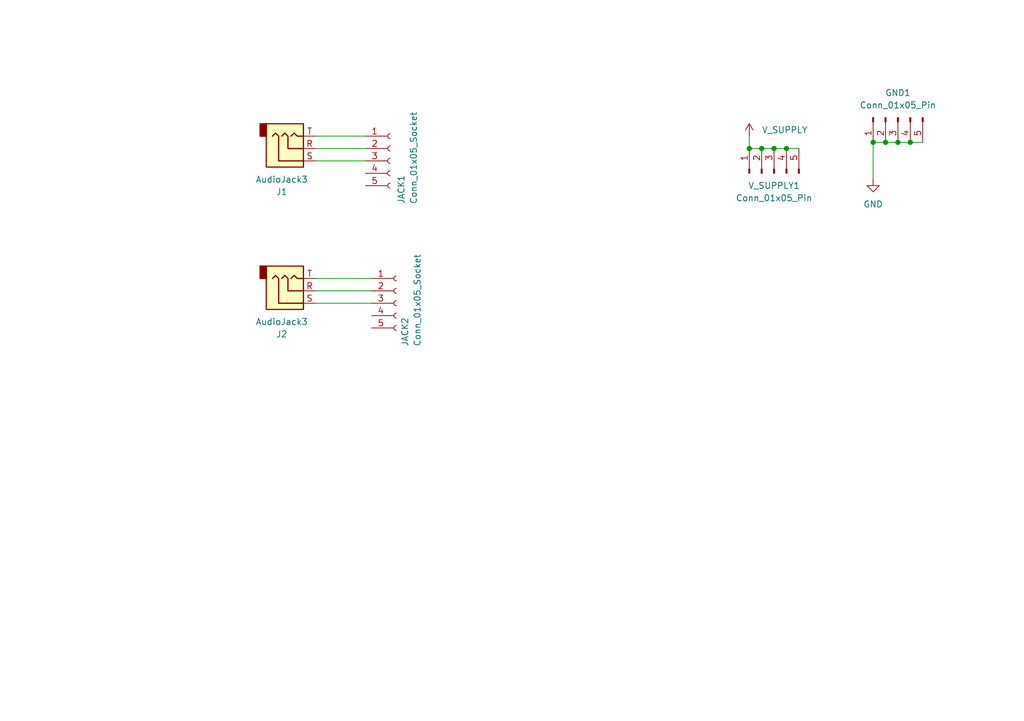
<source format=kicad_sch>
(kicad_sch (version 20231120) (generator "eeschema") (generator_version "8.0")
  (paper "A5")
  (lib_symbols
    (symbol "Connector:Conn_01x05_Pin" (pin_names (offset 1.016) hide)
      (property "Reference" "J" (at 0 7.62 0))
      (property "Value" "Conn_01x05_Pin" (at 0 -7.62 0))
      (symbol "Conn_01x05_Pin_1_1"
        (polyline (pts (xy 1.27 -5.08) (xy 0.8636 -5.08)) (stroke (width 0.1524)))
        (polyline (pts (xy 1.27 -2.54) (xy 0.8636 -2.54)) (stroke (width 0.1524)))
        (polyline (pts (xy 1.27 0) (xy 0.8636 0)) (stroke (width 0.1524)))
        (polyline (pts (xy 1.27 2.54) (xy 0.8636 2.54)) (stroke (width 0.1524)))
        (polyline (pts (xy 1.27 5.08) (xy 0.8636 5.08)) (stroke (width 0.1524)))
        (rectangle (start 0.8636 -4.953) (end 0 -5.207) (stroke (width 0.1524)) (fill (type outline)))
        (rectangle (start 0.8636 -2.413) (end 0 -2.667) (stroke (width 0.1524)) (fill (type outline)))
        (rectangle (start 0.8636 0.127) (end 0 -0.127) (stroke (width 0.1524)) (fill (type outline)))
        (rectangle (start 0.8636 2.667) (end 0 2.413) (stroke (width 0.1524)) (fill (type outline)))
        (rectangle (start 0.8636 5.207) (end 0 4.953) (stroke (width 0.1524)) (fill (type outline)))
        (pin passive line (at 5.08 5.08 180) (length 3.81) (name "Pin_1") (number "1"))
        (pin passive line (at 5.08 2.54 180) (length 3.81) (name "Pin_2") (number "2"))
        (pin passive line (at 5.08 0 180) (length 3.81) (name "Pin_3") (number "3"))
        (pin passive line (at 5.08 -2.54 180) (length 3.81) (name "Pin_4") (number "4"))
        (pin passive line (at 5.08 -5.08 180) (length 3.81) (name "Pin_5") (number "5"))
      )
    )
    (symbol "Connector:Conn_01x05_Socket" (pin_names (offset 1.016) hide)
      (property "Reference" "J" (at 0 7.62 0))
      (property "Value" "Conn_01x05_Socket" (at 0 -7.62 0))
      (symbol "Conn_01x05_Socket_1_1"
        (arc (start 0 -4.572) (mid -0.5058 -5.08) (end 0 -5.588) (stroke (width 0.1524)))
        (arc (start 0 -2.032) (mid -0.5058 -2.54) (end 0 -3.048) (stroke (width 0.1524)))
        (polyline (pts (xy -1.27 -5.08) (xy -0.508 -5.08)) (stroke (width 0.1524)))
        (polyline (pts (xy -1.27 -2.54) (xy -0.508 -2.54)) (stroke (width 0.1524)))
        (polyline (pts (xy -1.27 0) (xy -0.508 0)) (stroke (width 0.1524)))
        (polyline (pts (xy -1.27 2.54) (xy -0.508 2.54)) (stroke (width 0.1524)))
        (polyline (pts (xy -1.27 5.08) (xy -0.508 5.08)) (stroke (width 0.1524)))
        (arc (start 0 0.508) (mid -0.5058 0) (end 0 -0.508) (stroke (width 0.1524)))
        (arc (start 0 3.048) (mid -0.5058 2.54) (end 0 2.032) (stroke (width 0.1524)))
        (arc (start 0 5.588) (mid -0.5058 5.08) (end 0 4.572) (stroke (width 0.1524)))
        (pin passive line (at -5.08 5.08 0) (length 3.81) (name "Pin_1") (number "1"))
        (pin passive line (at -5.08 2.54 0) (length 3.81) (name "Pin_2") (number "2"))
        (pin passive line (at -5.08 0 0) (length 3.81) (name "Pin_3") (number "3"))
        (pin passive line (at -5.08 -2.54 0) (length 3.81) (name "Pin_4") (number "4"))
        (pin passive line (at -5.08 -5.08 0) (length 3.81) (name "Pin_5") (number "5"))
      )
    )
    (symbol "Connector_Audio:AudioJack3"
      (property "Reference" "J" (at 0 8.89 0))
      (property "Value" "AudioJack3" (at 0 6.35 0))
      (symbol "AudioJack3_0_1"
        (rectangle (start -5.08 -5.08) (end -6.35 -2.54) (stroke (width 0.254)) (fill (type outline)))
        (polyline (pts (xy 0 -2.54) (xy 0.635 -3.175) (xy 1.27 -2.54) (xy 2.54 -2.54)) (stroke (width 0.254)))
        (polyline (pts (xy -1.905 -2.54) (xy -1.27 -3.175) (xy -0.635 -2.54) (xy -0.635 0) (xy 2.54 0)) (stroke (width 0.254)))
        (polyline (pts (xy 2.54 2.54) (xy -2.54 2.54) (xy -2.54 -2.54) (xy -3.175 -3.175) (xy -3.81 -2.54)) (stroke (width 0.254)))
        (rectangle (start 2.54 3.81) (end -5.08 -5.08) (stroke (width 0.254)) (fill (type background)))
      )
      (symbol "AudioJack3_1_1"
        (pin passive line (at 5.08 0 180) (length 2.54) (name "~") (number "R"))
        (pin passive line (at 5.08 2.54 180) (length 2.54) (name "~") (number "S"))
        (pin passive line (at 5.08 -2.54 180) (length 2.54) (name "~") (number "T"))
      )
    )
    (symbol "power:+5V" (power) (pin_numbers hide) (pin_names (offset 0) hide)
      (property "Value" "+5V" (at 0 3.556 0))
      (symbol "+5V_0_1"
        (polyline (pts (xy -0.762 1.27) (xy 0 2.54)))
        (polyline (pts (xy 0 0) (xy 0 2.54)))
        (polyline (pts (xy 0 2.54) (xy 0.762 1.27)))
      )
      (symbol "+5V_1_1"
        (pin power_in line (at 0 0 90) (length 0) (name "~") (number "1"))
      )
    )
    (symbol "power:GND" (power) (pin_numbers hide) (pin_names (offset 0) hide)
      (property "Value" "GND" (at 0 -3.81 0))
      (symbol "GND_0_1"
        (polyline (pts (xy 0 0) (xy 0 -1.27) (xy 1.27 -1.27) (xy 0 -2.54) (xy -1.27 -1.27) (xy 0 -1.27)))
      )
      (symbol "GND_1_1"
        (pin power_in line (at 0 0 270) (length 0) (name "~") (number "1"))
      )
    )
  )
  (junction (at 156.21 30.48))
  (junction (at 181.61 29.21))
  (junction (at 153.67 30.48))
  (junction (at 161.29 30.48))
  (junction (at 186.69 29.21))
  (junction (at 184.15 29.21))
  (junction (at 158.75 30.48))
  (junction (at 179.07 29.21))
  (wire (pts (xy 161.29 30.48) (xy 163.83 30.48)))
  (wire (pts (xy 153.67 30.48) (xy 156.21 30.48)))
  (wire (pts (xy 186.69 29.21) (xy 189.23 29.21)))
  (wire (pts (xy 158.75 30.48) (xy 161.29 30.48)))
  (wire (pts (xy 179.07 29.21) (xy 181.61 29.21)))
  (wire (pts (xy 179.07 29.21) (xy 179.07 36.83)))
  (wire (pts (xy 153.67 30.48) (xy 153.67 27.94)))
  (wire (pts (xy 184.15 29.21) (xy 186.69 29.21)))
  (wire (pts (xy 64.77 33.02) (xy 74.93 33.02)))
  (wire (pts (xy 64.77 30.48) (xy 74.93 30.48)))
  (wire (pts (xy 64.77 57.15) (xy 76.2 57.15)))
  (wire (pts (xy 64.77 59.69) (xy 76.2 59.69)))
  (wire (pts (xy 156.21 30.48) (xy 158.75 30.48)))
  (wire (pts (xy 64.77 62.23) (xy 76.2 62.23)))
  (wire (pts (xy 64.77 27.94) (xy 74.93 27.94)))
  (wire (pts (xy 181.61 29.21) (xy 184.15 29.21)))
  (symbol (lib_id "Connector:Conn_01x05_Pin") (at 158.75 35.56 90) (unit 1) (exclude_from_sim yes)
    (property "Reference" "V_SUPPLY1" (at 158.75 38.1 90))
    (property "Value" "Conn_01x05_Pin" (at 158.75 40.64 90))
    (property "Footprint" "BreadModular_MISC:Power_Connector" (effects (hide yes)))
    (property "Description" "Generic connector, single row, 01x05, script generated" (effects (hide yes)))
  )
  (symbol (lib_id "power:+5V") (at 153.67 27.94 0) (unit 1)
    (property "Reference" "#PWR01" (effects (hide yes)))
    (property "Value" "V_SUPPLY" (at 156.21 26.6699 0) (effects (justify left)))
    (property "Description" "Power symbol creates a global label with name \"+5V\"" (effects (hide yes)))
  )
  (symbol (lib_id "power:GND") (at 179.07 36.83 0) (unit 1)
    (property "Reference" "#PWR05" (effects (hide yes)))
    (property "Value" "GND" (at 179.07 41.91 0))
    (property "Description" "Power symbol creates a global label with name \"GND\" , ground" (effects (hide yes)))
  )
  (symbol (lib_id "Connector_Audio:AudioJack3") (at 59.69 59.69 0) (mirror x) (unit 1)
    (property "Reference" "J2" (at 57.785 68.58 0))
    (property "Value" "AudioJack3" (at 57.785 66.04 0))
    (property "Footprint" "BreadModular_AudioJacks:Jack_3.5mm_QingPu_WQP-PJ366ST_Vertical" (effects (hide yes)))
    (property "Description" "Audio Jack, 3 Poles (Stereo / TRS)" (effects (hide yes)))
  )
  (symbol (lib_id "Connector:Conn_01x05_Socket") (at 81.28 62.23 0) (unit 1) (exclude_from_sim yes)
    (property "Reference" "JACK2" (at 83.058 71.12 90) (effects (justify left)))
    (property "Value" "Conn_01x05_Socket" (at 85.598 71.12 90) (effects (justify left)))
    (property "Footprint" "Connector_PinSocket_2.54mm:PinSocket_1x05_P2.54mm_Vertical" (effects (hide yes)))
    (property "Description" "Generic connector, single row, 01x05, script generated" (effects (hide yes)))
  )
  (symbol (lib_id "Connector_Audio:AudioJack3") (at 59.69 30.48 0) (mirror x) (unit 1)
    (property "Reference" "J1" (at 57.785 39.37 0))
    (property "Value" "AudioJack3" (at 57.785 36.83 0))
    (property "Footprint" "BreadModular_AudioJacks:Jack_3.5mm_QingPu_WQP-PJ366ST_Vertical" (effects (hide yes)))
    (property "Description" "Audio Jack, 3 Poles (Stereo / TRS)" (effects (hide yes)))
  )
  (symbol (lib_id "Connector:Conn_01x05_Socket") (at 80.01 33.02 0) (unit 1) (exclude_from_sim yes)
    (property "Reference" "JACK1" (at 82.296 41.91 90) (effects (justify left)))
    (property "Value" "Conn_01x05_Socket" (at 84.836 41.91 90) (effects (justify left)))
    (property "Footprint" "Connector_PinSocket_2.54mm:PinSocket_1x05_P2.54mm_Vertical" (effects (hide yes)))
    (property "Description" "Generic connector, single row, 01x05, script generated" (effects (hide yes)))
  )
  (symbol (lib_id "Connector:Conn_01x05_Pin") (at 184.15 24.13 90) (mirror x) (unit 1) (exclude_from_sim yes)
    (property "Reference" "GND1" (at 184.15 19.05 90))
    (property "Value" "Conn_01x05_Pin" (at 184.15 21.59 90))
    (property "Footprint" "BreadModular_MISC:Power_Connector" (effects (hide yes)))
    (property "Description" "Generic connector, single row, 01x05, script generated" (effects (hide yes)))
  )
)
</source>
